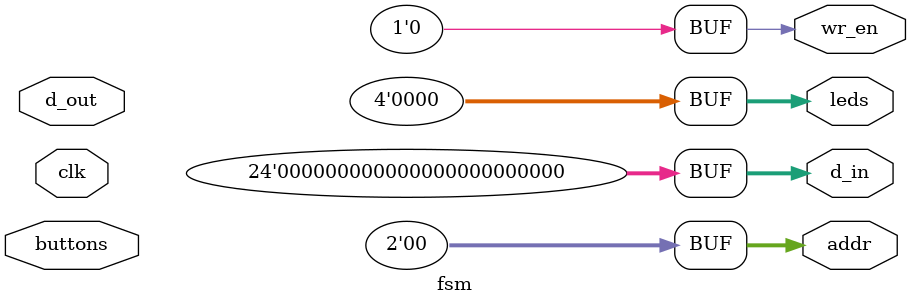
<source format=v>
module fsm #(
    parameter CLOCK_FREQ = 125_000_000,
    parameter WIDTH = $clog2(CLOCK_FREQ)
)(
    input clk,
    input [3:0] buttons,
    input [23:0] d_out,
    output [3:0] leds,
    output [1:0] addr,
    output wr_en,
    output [23:0] d_in
);
    assign leds = 0;
    assign addr = 0;
    assign wr_en = 0;
    assign d_in = 0;
endmodule

</source>
